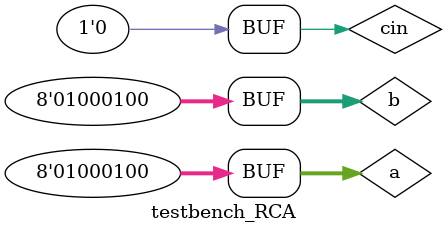
<source format=v>
`timescale 1ns / 1ps

module testbench_RCA;
    
   
     parameter width=8;
    reg [width-1:0] a;
    reg [width-1:0] b;
    wire [width-1:0] sum;
    reg cin;
    wire [width:0]cout;
    
    RCA #(.WIDTH(width))uut(.a(a),.b(b),.cin(cin),.sum(sum),.cout(cout));
    
    
    initial begin
    test1();
    end

task test1();
begin
//#10;
//a = 4'b0000;
//b= 4'b0001;
//cin=1'b1;
#20;
a = 8'b01000100;
b= 8'b01000100;
cin=1'b0;
//#30;
//a = 16'b1010101010101010;
//b = 16'b1100110011001100;
//cin=1'b1;
      

end

endtask
endmodule

</source>
